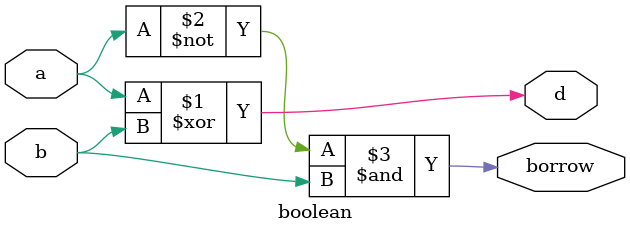
<source format=v>
`timescale 1ns / 1ps

module boolean(
    input a,
    input b,
    output d,
    output borrow
    );
assign d = a^b;
assign borrow = (~a)&b;
endmodule

</source>
